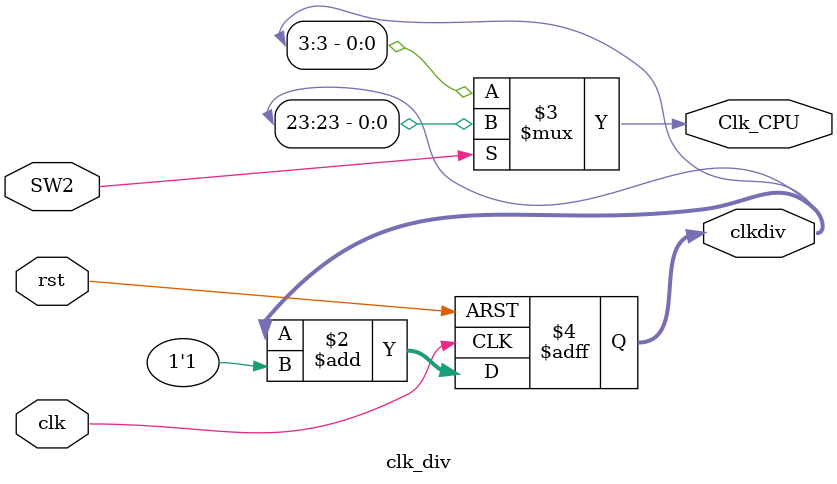
<source format=v>
`timescale 1ns / 1ps
module clk_div(input clk,
					input rst,
					input SW2,
					output reg[31:0]clkdiv,
					output Clk_CPU
					);
					
// Clock divider-ʱ�ӷ�Ƶ��

 
	always @ (posedge clk or posedge rst) begin 
		if (rst) clkdiv <= 0; else clkdiv <= clkdiv + 1'b1; end
		
	assign Clk_CPU=(SW2)? clkdiv[23] : clkdiv[3];
		
endmodule

</source>
